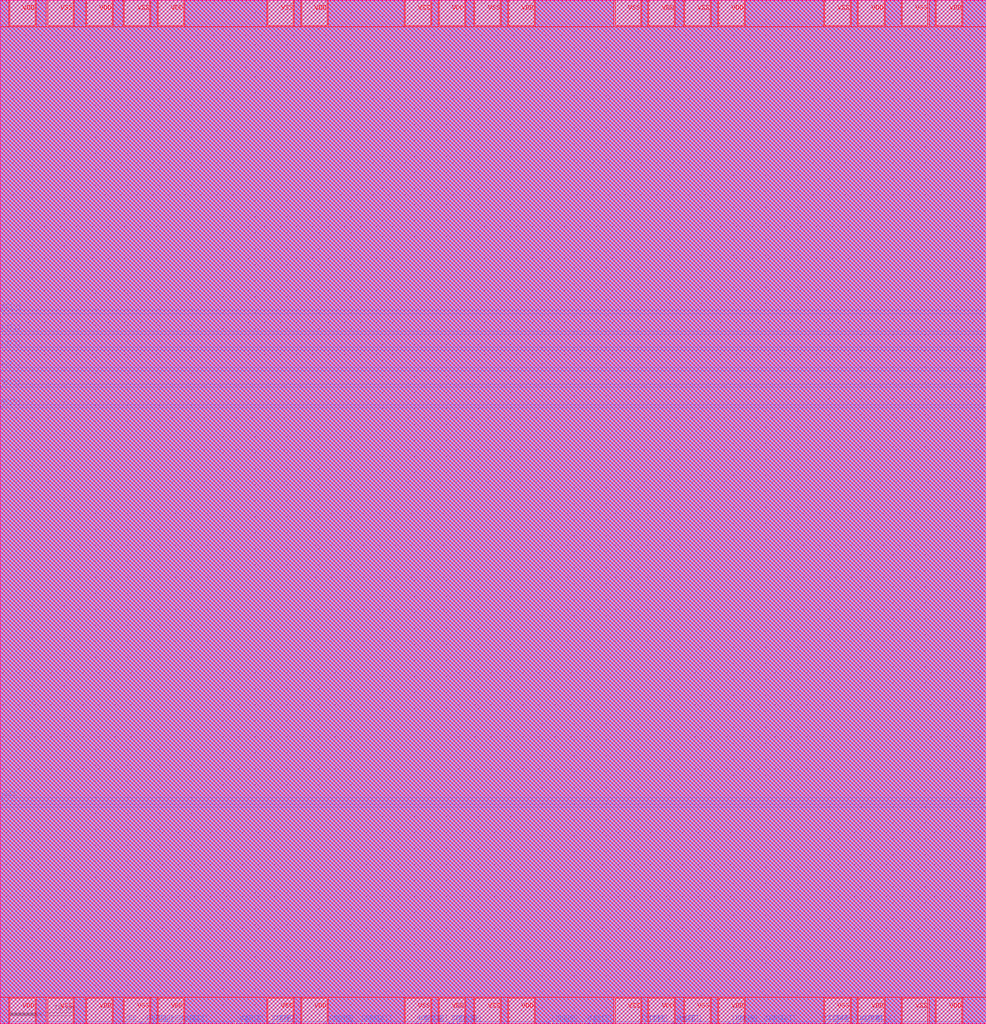
<source format=lef>
# 
# LEF OUT 
# User Name : rimah 
# Date : Tue Sep 28 12:54:50 2010
# 
VERSION 5.5 ;
NAMESCASESENSITIVE ON ;
BUSBITCHARS "[]" ;
DIVIDERCHAR "/" ;

MACRO SRAM16x64
  CLASS BLOCK ;
  SOURCE USER ;
  ORIGIN 0 0 ;
  SIZE 154.59 BY 160.505 ;
  SYMMETRY X Y R90 ;

  PIN WEB2
    DIRECTION INPUT ;
    USE SIGNAL ;
    PORT
      LAYER M3 ;
        RECT 0 35.135 0.16 35.295 ;
    END
    PORT
      LAYER M2 ;
        RECT 0 35.135 0.16 35.295 ;
    END
  END WEB2

  PIN WEB1
    DIRECTION INPUT ;
    USE SIGNAL ;
    PORT
      LAYER M3 ;
        RECT 154.43 34.065 154.59 34.225 ;
    END
    PORT
      LAYER M2 ;
        RECT 154.43 34.065 154.59 34.225 ;
    END
  END WEB1

  PIN VSS
    DIRECTION INOUT ;
    USE GROUND ;
    PORT
      LAYER M5 ;
        RECT 129.25 0 133.25 4 ;
    END
    PORT
      LAYER M5 ;
        RECT 141.455 0 145.455 4 ;
    END
    PORT
      LAYER M5 ;
        RECT 63.495 0 67.495 4 ;
    END
    PORT
      LAYER M5 ;
        RECT 74.41 0 78.41 4 ;
    END
    PORT
      LAYER M5 ;
        RECT 96.385 0 100.385 4 ;
    END
    PORT
      LAYER M5 ;
        RECT 107.305 0 111.305 4 ;
    END
    PORT
      LAYER M5 ;
        RECT 41.95 0 45.95 4 ;
    END
    PORT
      LAYER M5 ;
        RECT 7.41 0 11.41 4 ;
    END
    PORT
      LAYER M5 ;
        RECT 19.45 0 23.45 4 ;
    END
    PORT
      LAYER M5 ;
        RECT 41.95 156.505 45.95 160.505 ;
    END
    PORT
      LAYER M5 ;
        RECT 63.495 156.505 67.495 160.505 ;
    END
    PORT
      LAYER M5 ;
        RECT 74.41 156.505 78.41 160.505 ;
    END
    PORT
      LAYER M5 ;
        RECT 96.385 156.505 100.385 160.505 ;
    END
    PORT
      LAYER M5 ;
        RECT 107.305 156.505 111.305 160.505 ;
    END
    PORT
      LAYER M5 ;
        RECT 129.25 156.505 133.25 160.505 ;
    END
    PORT
      LAYER M5 ;
        RECT 141.455 156.505 145.455 160.505 ;
    END
    PORT
      LAYER M5 ;
        RECT 19.45 156.505 23.45 160.505 ;
    END
    PORT
      LAYER M5 ;
        RECT 7.41 156.505 11.41 160.505 ;
    END
    PORT
      LAYER M4 ;
        RECT 19.45 0 23.45 4 ;
    END
    PORT
      LAYER M4 ;
        RECT 107.305 0 111.305 4 ;
    END
    PORT
      LAYER M4 ;
        RECT 7.41 0 11.41 4 ;
    END
    PORT
      LAYER M4 ;
        RECT 41.95 0 45.95 4 ;
    END
    PORT
      LAYER M4 ;
        RECT 129.25 0 133.25 4 ;
    END
    PORT
      LAYER M4 ;
        RECT 63.495 0 67.495 4 ;
    END
    PORT
      LAYER M4 ;
        RECT 96.385 0 100.385 4 ;
    END
    PORT
      LAYER M4 ;
        RECT 74.41 0 78.41 4 ;
    END
    PORT
      LAYER M4 ;
        RECT 141.455 0 145.455 4 ;
    END
    PORT
      LAYER M4 ;
        RECT 41.95 156.505 45.95 160.505 ;
    END
    PORT
      LAYER M4 ;
        RECT 63.495 156.505 67.495 160.505 ;
    END
    PORT
      LAYER M4 ;
        RECT 74.41 156.505 78.41 160.505 ;
    END
    PORT
      LAYER M4 ;
        RECT 96.385 156.505 100.385 160.505 ;
    END
    PORT
      LAYER M4 ;
        RECT 107.305 156.505 111.305 160.505 ;
    END
    PORT
      LAYER M4 ;
        RECT 129.25 156.505 133.25 160.505 ;
    END
    PORT
      LAYER M4 ;
        RECT 141.455 156.505 145.455 160.505 ;
    END
    PORT
      LAYER M4 ;
        RECT 19.45 156.505 23.45 160.505 ;
    END
    PORT
      LAYER M4 ;
        RECT 7.41 156.505 11.41 160.505 ;
    END
  END VSS

  PIN VDD
    DIRECTION INOUT ;
    USE POWER ;
    PORT
      LAYER M5 ;
        RECT 112.615 0 116.615 4 ;
    END
    PORT
      LAYER M5 ;
        RECT 47.26 0 51.26 4 ;
    END
    PORT
      LAYER M5 ;
        RECT 134.56 0 138.56 4 ;
    END
    PORT
      LAYER M5 ;
        RECT 79.72 0 83.72 4 ;
    END
    PORT
      LAYER M5 ;
        RECT 146.765 0 150.765 4 ;
    END
    PORT
      LAYER M5 ;
        RECT 1.46 0 5.46 4 ;
    END
    PORT
      LAYER M5 ;
        RECT 24.76 0 28.76 4 ;
    END
    PORT
      LAYER M5 ;
        RECT 101.695 0 105.695 4 ;
    END
    PORT
      LAYER M5 ;
        RECT 13.53 0 17.53 4 ;
    END
    PORT
      LAYER M5 ;
        RECT 68.805 0 72.805 4 ;
    END
    PORT
      LAYER M5 ;
        RECT 47.26 156.505 51.26 160.505 ;
    END
    PORT
      LAYER M5 ;
        RECT 68.805 156.505 72.805 160.505 ;
    END
    PORT
      LAYER M5 ;
        RECT 79.72 156.505 83.72 160.505 ;
    END
    PORT
      LAYER M5 ;
        RECT 101.695 156.505 105.695 160.505 ;
    END
    PORT
      LAYER M5 ;
        RECT 112.615 156.505 116.615 160.505 ;
    END
    PORT
      LAYER M5 ;
        RECT 134.56 156.505 138.56 160.505 ;
    END
    PORT
      LAYER M5 ;
        RECT 1.46 156.505 5.46 160.505 ;
    END
    PORT
      LAYER M5 ;
        RECT 146.765 156.505 150.765 160.505 ;
    END
    PORT
      LAYER M5 ;
        RECT 13.53 156.505 17.53 160.505 ;
    END
    PORT
      LAYER M5 ;
        RECT 24.76 156.505 28.76 160.505 ;
    END
    PORT
      LAYER M4 ;
        RECT 1.46 0 5.46 4 ;
    END
    PORT
      LAYER M4 ;
        RECT 68.805 0 72.805 4 ;
    END
    PORT
      LAYER M4 ;
        RECT 13.53 0 17.53 4 ;
    END
    PORT
      LAYER M4 ;
        RECT 79.72 0 83.72 4 ;
    END
    PORT
      LAYER M4 ;
        RECT 101.695 0 105.695 4 ;
    END
    PORT
      LAYER M4 ;
        RECT 112.615 0 116.615 4 ;
    END
    PORT
      LAYER M4 ;
        RECT 146.765 0 150.765 4 ;
    END
    PORT
      LAYER M4 ;
        RECT 134.56 0 138.56 4 ;
    END
    PORT
      LAYER M4 ;
        RECT 47.26 0 51.26 4 ;
    END
    PORT
      LAYER M4 ;
        RECT 24.76 0 28.76 4 ;
    END
    PORT
      LAYER M4 ;
        RECT 47.26 156.505 51.26 160.505 ;
    END
    PORT
      LAYER M4 ;
        RECT 68.805 156.505 72.805 160.505 ;
    END
    PORT
      LAYER M4 ;
        RECT 79.72 156.505 83.72 160.505 ;
    END
    PORT
      LAYER M4 ;
        RECT 101.695 156.505 105.695 160.505 ;
    END
    PORT
      LAYER M4 ;
        RECT 112.615 156.505 116.615 160.505 ;
    END
    PORT
      LAYER M4 ;
        RECT 134.56 156.505 138.56 160.505 ;
    END
    PORT
      LAYER M4 ;
        RECT 24.76 156.505 28.76 160.505 ;
    END
    PORT
      LAYER M4 ;
        RECT 146.765 156.505 150.765 160.505 ;
    END
    PORT
      LAYER M4 ;
        RECT 13.53 156.505 17.53 160.505 ;
    END
    PORT
      LAYER M4 ;
        RECT 1.46 156.505 5.46 160.505 ;
    END
  END VDD

  PIN OEB2
    DIRECTION INPUT ;
    USE SIGNAL ;
    PORT
      LAYER M3 ;
        RECT 26.615 0 26.775 0.16 ;
    END
    PORT
      LAYER M2 ;
        RECT 26.615 0 26.775 0.16 ;
    END
  END OEB2

  PIN OEB1
    DIRECTION INPUT ;
    USE SIGNAL ;
    PORT
      LAYER M3 ;
        RECT 131.235 0 131.395 0.16 ;
    END
    PORT
      LAYER M2 ;
        RECT 131.235 0 131.395 0.16 ;
    END
  END OEB1

  PIN O2[9]
    DIRECTION OUTPUT ;
    USE SIGNAL ;
    PORT
      LAYER M3 ;
        RECT 51.905 0 52.065 0.16 ;
    END
    PORT
      LAYER M2 ;
        RECT 51.905 0 52.065 0.16 ;
    END
  END O2[9]

  PIN O2[8]
    DIRECTION OUTPUT ;
    USE SIGNAL ;
    PORT
      LAYER M3 ;
        RECT 52.29 0 52.45 0.16 ;
    END
    PORT
      LAYER M2 ;
        RECT 52.29 0 52.45 0.16 ;
    END
  END O2[8]

  PIN O2[7]
    DIRECTION OUTPUT ;
    USE SIGNAL ;
    PORT
      LAYER M3 ;
        RECT 36.965 0 37.125 0.16 ;
    END
    PORT
      LAYER M2 ;
        RECT 36.965 0 37.125 0.16 ;
    END
  END O2[7]

  PIN O2[6]
    DIRECTION OUTPUT ;
    USE SIGNAL ;
    PORT
      LAYER M3 ;
        RECT 37.505 0 37.665 0.16 ;
    END
    PORT
      LAYER M2 ;
        RECT 37.505 0 37.665 0.16 ;
    END
  END O2[6]

  PIN O2[5]
    DIRECTION OUTPUT ;
    USE SIGNAL ;
    PORT
      LAYER M3 ;
        RECT 37.84 0 38 0.16 ;
    END
    PORT
      LAYER M2 ;
        RECT 37.84 0 38 0.16 ;
    END
  END O2[5]

  PIN O2[4]
    DIRECTION OUTPUT ;
    USE SIGNAL ;
    PORT
      LAYER M3 ;
        RECT 38.195 0 38.355 0.16 ;
    END
    PORT
      LAYER M2 ;
        RECT 38.195 0 38.355 0.16 ;
    END
  END O2[4]

  PIN O2[3]
    DIRECTION OUTPUT ;
    USE SIGNAL ;
    PORT
      LAYER M3 ;
        RECT 22.855 0 23.015 0.16 ;
    END
    PORT
      LAYER M2 ;
        RECT 22.855 0 23.015 0.16 ;
    END
  END O2[3]

  PIN O2[2]
    DIRECTION OUTPUT ;
    USE SIGNAL ;
    PORT
      LAYER M3 ;
        RECT 23.29 0 23.45 0.16 ;
    END
    PORT
      LAYER M2 ;
        RECT 23.29 0 23.45 0.16 ;
    END
  END O2[2]

  PIN O2[1]
    DIRECTION OUTPUT ;
    USE SIGNAL ;
    PORT
      LAYER M3 ;
        RECT 23.625 0 23.785 0.16 ;
    END
    PORT
      LAYER M2 ;
        RECT 23.625 0 23.785 0.16 ;
    END
  END O2[1]

  PIN O2[15]
    DIRECTION OUTPUT ;
    USE SIGNAL ;
    PORT
      LAYER M3 ;
        RECT 65.13 0 65.29 0.16 ;
    END
    PORT
      LAYER M2 ;
        RECT 65.13 0 65.29 0.16 ;
    END
  END O2[15]

  PIN O2[14]
    DIRECTION OUTPUT ;
    USE SIGNAL ;
    PORT
      LAYER M3 ;
        RECT 65.48 0 65.64 0.16 ;
    END
    PORT
      LAYER M2 ;
        RECT 65.48 0 65.64 0.16 ;
    END
  END O2[14]

  PIN O2[13]
    DIRECTION OUTPUT ;
    USE SIGNAL ;
    PORT
      LAYER M3 ;
        RECT 65.84 0 66 0.16 ;
    END
    PORT
      LAYER M2 ;
        RECT 65.84 0 66 0.16 ;
    END
  END O2[13]

  PIN O2[12]
    DIRECTION OUTPUT ;
    USE SIGNAL ;
    PORT
      LAYER M3 ;
        RECT 66.295 0 66.455 0.16 ;
    END
    PORT
      LAYER M2 ;
        RECT 66.295 0 66.455 0.16 ;
    END
  END O2[12]

  PIN O2[11]
    DIRECTION OUTPUT ;
    USE SIGNAL ;
    PORT
      LAYER M3 ;
        RECT 50.995 0 51.155 0.16 ;
    END
    PORT
      LAYER M2 ;
        RECT 50.995 0 51.155 0.16 ;
    END
  END O2[11]

  PIN O2[10]
    DIRECTION OUTPUT ;
    USE SIGNAL ;
    PORT
      LAYER M3 ;
        RECT 51.48 0 51.64 0.16 ;
    END
    PORT
      LAYER M2 ;
        RECT 51.48 0 51.64 0.16 ;
    END
  END O2[10]

  PIN O2[0]
    DIRECTION OUTPUT ;
    USE SIGNAL ;
    PORT
      LAYER M3 ;
        RECT 23.955 0 24.115 0.16 ;
    END
    PORT
      LAYER M2 ;
        RECT 23.955 0 24.115 0.16 ;
    END
  END O2[0]

  PIN O1[9]
    DIRECTION OUTPUT ;
    USE SIGNAL ;
    PORT
      LAYER M3 ;
        RECT 120.01 0 120.17 0.16 ;
    END
    PORT
      LAYER M2 ;
        RECT 120.01 0 120.17 0.16 ;
    END
  END O1[9]

  PIN O1[8]
    DIRECTION OUTPUT ;
    USE SIGNAL ;
    PORT
      LAYER M3 ;
        RECT 119.655 0 119.815 0.16 ;
    END
    PORT
      LAYER M2 ;
        RECT 119.655 0 119.815 0.16 ;
    END
  END O1[8]

  PIN O1[7]
    DIRECTION OUTPUT ;
    USE SIGNAL ;
    PORT
      LAYER M3 ;
        RECT 106.855 0 107.015 0.16 ;
    END
    PORT
      LAYER M2 ;
        RECT 106.855 0 107.015 0.16 ;
    END
  END O1[7]

  PIN O1[6]
    DIRECTION OUTPUT ;
    USE SIGNAL ;
    PORT
      LAYER M3 ;
        RECT 106.37 0 106.53 0.16 ;
    END
    PORT
      LAYER M2 ;
        RECT 106.37 0 106.53 0.16 ;
    END
  END O1[6]

  PIN O1[5]
    DIRECTION OUTPUT ;
    USE SIGNAL ;
    PORT
      LAYER M3 ;
        RECT 105.945 0 106.105 0.16 ;
    END
    PORT
      LAYER M2 ;
        RECT 105.945 0 106.105 0.16 ;
    END
  END O1[5]

  PIN O1[4]
    DIRECTION OUTPUT ;
    USE SIGNAL ;
    PORT
      LAYER M3 ;
        RECT 105.56 0 105.72 0.16 ;
    END
    PORT
      LAYER M2 ;
        RECT 105.56 0 105.72 0.16 ;
    END
  END O1[4]

  PIN O1[3]
    DIRECTION OUTPUT ;
    USE SIGNAL ;
    PORT
      LAYER M3 ;
        RECT 92.72 0 92.88 0.16 ;
    END
    PORT
      LAYER M2 ;
        RECT 92.72 0 92.88 0.16 ;
    END
  END O1[3]

  PIN O1[2]
    DIRECTION OUTPUT ;
    USE SIGNAL ;
    PORT
      LAYER M3 ;
        RECT 92.37 0 92.53 0.16 ;
    END
    PORT
      LAYER M2 ;
        RECT 92.37 0 92.53 0.16 ;
    END
  END O1[2]

  PIN O1[1]
    DIRECTION OUTPUT ;
    USE SIGNAL ;
    PORT
      LAYER M3 ;
        RECT 92.01 0 92.17 0.16 ;
    END
    PORT
      LAYER M2 ;
        RECT 92.01 0 92.17 0.16 ;
    END
  END O1[1]

  PIN O1[15]
    DIRECTION OUTPUT ;
    USE SIGNAL ;
    PORT
      LAYER M3 ;
        RECT 134.995 0 135.155 0.16 ;
    END
    PORT
      LAYER M2 ;
        RECT 134.995 0 135.155 0.16 ;
    END
  END O1[15]

  PIN O1[14]
    DIRECTION OUTPUT ;
    USE SIGNAL ;
    PORT
      LAYER M3 ;
        RECT 134.56 0 134.72 0.16 ;
    END
    PORT
      LAYER M2 ;
        RECT 134.56 0 134.72 0.16 ;
    END
  END O1[14]

  PIN O1[13]
    DIRECTION OUTPUT ;
    USE SIGNAL ;
    PORT
      LAYER M3 ;
        RECT 134.225 0 134.385 0.16 ;
    END
    PORT
      LAYER M2 ;
        RECT 134.225 0 134.385 0.16 ;
    END
  END O1[13]

  PIN O1[12]
    DIRECTION OUTPUT ;
    USE SIGNAL ;
    PORT
      LAYER M3 ;
        RECT 133.895 0 134.055 0.16 ;
    END
    PORT
      LAYER M2 ;
        RECT 133.895 0 134.055 0.16 ;
    END
  END O1[12]

  PIN O1[11]
    DIRECTION OUTPUT ;
    USE SIGNAL ;
    PORT
      LAYER M3 ;
        RECT 120.885 0 121.045 0.16 ;
    END
    PORT
      LAYER M2 ;
        RECT 120.885 0 121.045 0.16 ;
    END
  END O1[11]

  PIN O1[10]
    DIRECTION OUTPUT ;
    USE SIGNAL ;
    PORT
      LAYER M3 ;
        RECT 120.345 0 120.505 0.16 ;
    END
    PORT
      LAYER M2 ;
        RECT 120.345 0 120.505 0.16 ;
    END
  END O1[10]

  PIN O1[0]
    DIRECTION OUTPUT ;
    USE SIGNAL ;
    PORT
      LAYER M3 ;
        RECT 91.555 0 91.715 0.16 ;
    END
    PORT
      LAYER M2 ;
        RECT 91.555 0 91.715 0.16 ;
    END
  END O1[0]

  PIN I2[9]
    DIRECTION INPUT ;
    USE SIGNAL ;
    PORT
      LAYER M3 ;
        RECT 56.655 0 56.815 0.16 ;
    END
    PORT
      LAYER M2 ;
        RECT 56.655 0 56.815 0.16 ;
    END
  END I2[9]

  PIN I2[8]
    DIRECTION INPUT ;
    USE SIGNAL ;
    PORT
      LAYER M3 ;
        RECT 56.335 0 56.495 0.16 ;
    END
    PORT
      LAYER M2 ;
        RECT 56.335 0 56.495 0.16 ;
    END
  END I2[8]

  PIN I2[7]
    DIRECTION INPUT ;
    USE SIGNAL ;
    PORT
      LAYER M3 ;
        RECT 43.505 0 43.665 0.16 ;
    END
    PORT
      LAYER M2 ;
        RECT 43.505 0 43.665 0.16 ;
    END
  END I2[7]

  PIN I2[6]
    DIRECTION INPUT ;
    USE SIGNAL ;
    PORT
      LAYER M3 ;
        RECT 42.895 0 43.055 0.16 ;
    END
    PORT
      LAYER M2 ;
        RECT 42.895 0 43.055 0.16 ;
    END
  END I2[6]

  PIN I2[5]
    DIRECTION INPUT ;
    USE SIGNAL ;
    PORT
      LAYER M3 ;
        RECT 42.575 0 42.735 0.16 ;
    END
    PORT
      LAYER M2 ;
        RECT 42.575 0 42.735 0.16 ;
    END
  END I2[5]

  PIN I2[4]
    DIRECTION INPUT ;
    USE SIGNAL ;
    PORT
      LAYER M3 ;
        RECT 42.255 0 42.415 0.16 ;
    END
    PORT
      LAYER M2 ;
        RECT 42.255 0 42.415 0.16 ;
    END
  END I2[4]

  PIN I2[3]
    DIRECTION INPUT ;
    USE SIGNAL ;
    PORT
      LAYER M3 ;
        RECT 29.425 0 29.585 0.16 ;
    END
    PORT
      LAYER M2 ;
        RECT 29.425 0 29.585 0.16 ;
    END
  END I2[3]

  PIN I2[2]
    DIRECTION INPUT ;
    USE SIGNAL ;
    PORT
      LAYER M3 ;
        RECT 28.815 0 28.975 0.16 ;
    END
    PORT
      LAYER M2 ;
        RECT 28.815 0 28.975 0.16 ;
    END
  END I2[2]

  PIN I2[1]
    DIRECTION INPUT ;
    USE SIGNAL ;
    PORT
      LAYER M3 ;
        RECT 28.495 0 28.655 0.16 ;
    END
    PORT
      LAYER M2 ;
        RECT 28.495 0 28.655 0.16 ;
    END
  END I2[1]

  PIN I2[15]
    DIRECTION INPUT ;
    USE SIGNAL ;
    PORT
      LAYER M3 ;
        RECT 71.665 0 71.825 0.16 ;
    END
    PORT
      LAYER M2 ;
        RECT 71.665 0 71.825 0.16 ;
    END
  END I2[15]

  PIN I2[14]
    DIRECTION INPUT ;
    USE SIGNAL ;
    PORT
      LAYER M3 ;
        RECT 71.055 0 71.215 0.16 ;
    END
    PORT
      LAYER M2 ;
        RECT 71.055 0 71.215 0.16 ;
    END
  END I2[14]

  PIN I2[13]
    DIRECTION INPUT ;
    USE SIGNAL ;
    PORT
      LAYER M3 ;
        RECT 70.735 0 70.895 0.16 ;
    END
    PORT
      LAYER M2 ;
        RECT 70.735 0 70.895 0.16 ;
    END
  END I2[13]

  PIN I2[12]
    DIRECTION INPUT ;
    USE SIGNAL ;
    PORT
      LAYER M3 ;
        RECT 70.415 0 70.575 0.16 ;
    END
    PORT
      LAYER M2 ;
        RECT 70.415 0 70.575 0.16 ;
    END
  END I2[12]

  PIN I2[11]
    DIRECTION INPUT ;
    USE SIGNAL ;
    PORT
      LAYER M3 ;
        RECT 57.585 0 57.745 0.16 ;
    END
    PORT
      LAYER M2 ;
        RECT 57.585 0 57.745 0.16 ;
    END
  END I2[11]

  PIN I2[10]
    DIRECTION INPUT ;
    USE SIGNAL ;
    PORT
      LAYER M3 ;
        RECT 56.975 0 57.135 0.16 ;
    END
    PORT
      LAYER M2 ;
        RECT 56.975 0 57.135 0.16 ;
    END
  END I2[10]

  PIN I2[0]
    DIRECTION INPUT ;
    USE SIGNAL ;
    PORT
      LAYER M3 ;
        RECT 28.175 0 28.335 0.16 ;
    END
    PORT
      LAYER M2 ;
        RECT 28.175 0 28.335 0.16 ;
    END
  END I2[0]

  PIN I1[9]
    DIRECTION INPUT ;
    USE SIGNAL ;
    PORT
      LAYER M3 ;
        RECT 115.275 0 115.435 0.16 ;
    END
    PORT
      LAYER M2 ;
        RECT 115.275 0 115.435 0.16 ;
    END
  END I1[9]

  PIN I1[8]
    DIRECTION INPUT ;
    USE SIGNAL ;
    PORT
      LAYER M3 ;
        RECT 115.595 0 115.755 0.16 ;
    END
    PORT
      LAYER M2 ;
        RECT 115.595 0 115.755 0.16 ;
    END
  END I1[8]

  PIN I1[7]
    DIRECTION INPUT ;
    USE SIGNAL ;
    PORT
      LAYER M3 ;
        RECT 100.265 0 100.425 0.16 ;
    END
    PORT
      LAYER M2 ;
        RECT 100.265 0 100.425 0.16 ;
    END
  END I1[7]

  PIN I1[6]
    DIRECTION INPUT ;
    USE SIGNAL ;
    PORT
      LAYER M3 ;
        RECT 100.875 0 101.035 0.16 ;
    END
    PORT
      LAYER M2 ;
        RECT 100.875 0 101.035 0.16 ;
    END
  END I1[6]

  PIN I1[5]
    DIRECTION INPUT ;
    USE SIGNAL ;
    PORT
      LAYER M3 ;
        RECT 101.195 0 101.355 0.16 ;
    END
    PORT
      LAYER M2 ;
        RECT 101.195 0 101.355 0.16 ;
    END
  END I1[5]

  PIN I1[4]
    DIRECTION INPUT ;
    USE SIGNAL ;
    PORT
      LAYER M3 ;
        RECT 101.515 0 101.675 0.16 ;
    END
    PORT
      LAYER M2 ;
        RECT 101.515 0 101.675 0.16 ;
    END
  END I1[4]

  PIN I1[3]
    DIRECTION INPUT ;
    USE SIGNAL ;
    PORT
      LAYER M3 ;
        RECT 86.185 0 86.345 0.16 ;
    END
    PORT
      LAYER M2 ;
        RECT 86.185 0 86.345 0.16 ;
    END
  END I1[3]

  PIN I1[2]
    DIRECTION INPUT ;
    USE SIGNAL ;
    PORT
      LAYER M3 ;
        RECT 86.795 0 86.955 0.16 ;
    END
    PORT
      LAYER M2 ;
        RECT 86.795 0 86.955 0.16 ;
    END
  END I1[2]

  PIN I1[1]
    DIRECTION INPUT ;
    USE SIGNAL ;
    PORT
      LAYER M3 ;
        RECT 87.115 0 87.275 0.16 ;
    END
    PORT
      LAYER M2 ;
        RECT 87.115 0 87.275 0.16 ;
    END
  END I1[1]

  PIN I1[15]
    DIRECTION INPUT ;
    USE SIGNAL ;
    PORT
      LAYER M3 ;
        RECT 128.425 0 128.585 0.16 ;
    END
    PORT
      LAYER M2 ;
        RECT 128.425 0 128.585 0.16 ;
    END
  END I1[15]

  PIN I1[14]
    DIRECTION INPUT ;
    USE SIGNAL ;
    PORT
      LAYER M3 ;
        RECT 129.035 0 129.195 0.16 ;
    END
    PORT
      LAYER M2 ;
        RECT 129.035 0 129.195 0.16 ;
    END
  END I1[14]

  PIN I1[13]
    DIRECTION INPUT ;
    USE SIGNAL ;
    PORT
      LAYER M3 ;
        RECT 129.355 0 129.515 0.16 ;
    END
    PORT
      LAYER M2 ;
        RECT 129.355 0 129.515 0.16 ;
    END
  END I1[13]

  PIN I1[12]
    DIRECTION INPUT ;
    USE SIGNAL ;
    PORT
      LAYER M3 ;
        RECT 129.675 0 129.835 0.16 ;
    END
    PORT
      LAYER M2 ;
        RECT 129.675 0 129.835 0.16 ;
    END
  END I1[12]

  PIN I1[11]
    DIRECTION INPUT ;
    USE SIGNAL ;
    PORT
      LAYER M3 ;
        RECT 114.345 0 114.505 0.16 ;
    END
    PORT
      LAYER M2 ;
        RECT 114.345 0 114.505 0.16 ;
    END
  END I1[11]

  PIN I1[10]
    DIRECTION INPUT ;
    USE SIGNAL ;
    PORT
      LAYER M3 ;
        RECT 114.955 0 115.115 0.16 ;
    END
    PORT
      LAYER M2 ;
        RECT 114.955 0 115.115 0.16 ;
    END
  END I1[10]

  PIN I1[0]
    DIRECTION INPUT ;
    USE SIGNAL ;
    PORT
      LAYER M3 ;
        RECT 87.435 0 87.595 0.16 ;
    END
    PORT
      LAYER M2 ;
        RECT 87.435 0 87.595 0.16 ;
    END
  END I1[0]

  PIN CSB2
    DIRECTION INPUT ;
    USE SIGNAL ;
    PORT
      LAYER M3 ;
        RECT 21.93 0 22.09 0.16 ;
    END
    PORT
      LAYER M2 ;
        RECT 21.93 0 22.09 0.16 ;
    END
  END CSB2

  PIN CSB1
    DIRECTION INPUT ;
    USE SIGNAL ;
    PORT
      LAYER M3 ;
        RECT 135.92 0 136.08 0.16 ;
    END
    PORT
      LAYER M2 ;
        RECT 135.92 0 136.08 0.16 ;
    END
  END CSB1

  PIN CE2
    DIRECTION INPUT ;
    USE SIGNAL ;
    PORT
      LAYER M3 ;
        RECT 19.33 0 19.49 0.16 ;
    END
    PORT
      LAYER M2 ;
        RECT 19.33 0 19.49 0.16 ;
    END
  END CE2

  PIN CE1
    DIRECTION INPUT ;
    USE SIGNAL ;
    PORT
      LAYER M3 ;
        RECT 138.52 0 138.68 0.16 ;
    END
    PORT
      LAYER M2 ;
        RECT 138.52 0 138.68 0.16 ;
    END
  END CE1

  PIN A2[5]
    DIRECTION INPUT ;
    USE SIGNAL ;
    PORT
      LAYER M3 ;
        RECT 0 96.735 0.16 96.895 ;
    END
    PORT
      LAYER M2 ;
        RECT 0 96.735 0.16 96.895 ;
    END
  END A2[5]

  PIN A2[4]
    DIRECTION INPUT ;
    USE SIGNAL ;
    PORT
      LAYER M3 ;
        RECT 0 99.96 0.16 100.12 ;
    END
    PORT
      LAYER M2 ;
        RECT 0 99.96 0.16 100.12 ;
    END
  END A2[4]

  PIN A2[3]
    DIRECTION INPUT ;
    USE SIGNAL ;
    PORT
      LAYER M3 ;
        RECT 0 102.54 0.16 102.7 ;
    END
    PORT
      LAYER M2 ;
        RECT 0 102.54 0.16 102.7 ;
    END
  END A2[3]

  PIN A2[2]
    DIRECTION INPUT ;
    USE SIGNAL ;
    PORT
      LAYER M3 ;
        RECT 0 105.755 0.16 105.915 ;
    END
    PORT
      LAYER M2 ;
        RECT 0 105.755 0.16 105.915 ;
    END
  END A2[2]

  PIN A2[1]
    DIRECTION INPUT ;
    USE SIGNAL ;
    PORT
      LAYER M3 ;
        RECT 0 108.255 0.16 108.415 ;
    END
    PORT
      LAYER M2 ;
        RECT 0 108.255 0.16 108.415 ;
    END
  END A2[1]

  PIN A2[0]
    DIRECTION INPUT ;
    USE SIGNAL ;
    PORT
      LAYER M3 ;
        RECT 0 111.46 0.275 111.735 ;
    END
    PORT
      LAYER M2 ;
        RECT 0 111.46 0.275 111.735 ;
    END
  END A2[0]

  PIN A1[5]
    DIRECTION INPUT ;
    USE SIGNAL ;
    PORT
      LAYER M3 ;
        RECT 154.43 96.75 154.59 96.91 ;
    END
    PORT
      LAYER M2 ;
        RECT 154.43 96.75 154.59 96.91 ;
    END
  END A1[5]

  PIN A1[4]
    DIRECTION INPUT ;
    USE SIGNAL ;
    PORT
      LAYER M3 ;
        RECT 154.43 99.96 154.59 100.12 ;
    END
    PORT
      LAYER M2 ;
        RECT 154.43 99.96 154.59 100.12 ;
    END
  END A1[4]

  PIN A1[3]
    DIRECTION INPUT ;
    USE SIGNAL ;
    PORT
      LAYER M3 ;
        RECT 154.43 102.54 154.59 102.7 ;
    END
    PORT
      LAYER M2 ;
        RECT 154.43 102.54 154.59 102.7 ;
    END
  END A1[3]

  PIN A1[2]
    DIRECTION INPUT ;
    USE SIGNAL ;
    PORT
      LAYER M3 ;
        RECT 154.43 105.755 154.59 105.915 ;
    END
    PORT
      LAYER M2 ;
        RECT 154.43 105.755 154.59 105.915 ;
    END
  END A1[2]

  PIN A1[1]
    DIRECTION INPUT ;
    USE SIGNAL ;
    PORT
      LAYER M3 ;
        RECT 154.43 108.255 154.59 108.415 ;
    END
    PORT
      LAYER M2 ;
        RECT 154.43 108.255 154.59 108.415 ;
    END
  END A1[1]

  PIN A1[0]
    DIRECTION INPUT ;
    USE SIGNAL ;
    PORT
      LAYER M3 ;
        RECT 154.315 111.46 154.59 111.735 ;
    END
    PORT
      LAYER M2 ;
        RECT 154.315 111.46 154.59 111.735 ;
    END
  END A1[0]
  OBS
    LAYER M3 ;
      RECT 0.32 96.59 154.27 97.055 ;
      RECT 0 111.895 154.59 160.505 ;
      RECT 0 108.575 154.59 111.3 ;
      RECT 0 106.075 154.59 108.095 ;
      RECT 0 102.86 154.59 105.595 ;
      RECT 0 100.28 154.59 102.38 ;
      RECT 0 97.07 154.59 99.8 ;
      RECT 0 35.455 154.59 96.575 ;
      RECT 0 34.385 154.59 34.975 ;
      RECT 0 0.32 154.59 33.905 ;
      RECT 0.435 111.3 154.155 111.895 ;
      RECT 0.32 108.095 154.27 108.575 ;
      RECT 0.32 105.595 154.27 106.075 ;
      RECT 0.32 102.38 154.27 102.86 ;
      RECT 0 97.055 154.27 97.07 ;
      RECT 0.32 99.8 154.27 100.28 ;
      RECT 0.32 96.575 154.59 96.59 ;
      RECT 0.32 34.975 154.59 35.455 ;
      RECT 71.985 0 86.025 0.32 ;
      RECT 138.84 0 154.59 0.32 ;
      RECT 136.24 0 138.36 0.32 ;
      RECT 135.315 0 135.76 0.32 ;
      RECT 129.995 0 131.075 0.32 ;
      RECT 131.555 0 133.735 0.32 ;
      RECT 121.205 0 128.265 0.32 ;
      RECT 115.915 0 119.495 0.32 ;
      RECT 107.175 0 114.185 0.32 ;
      RECT 101.835 0 105.4 0.32 ;
      RECT 93.04 0 100.105 0.32 ;
      RECT 87.755 0 91.395 0.32 ;
      RECT 66.615 0 70.255 0.32 ;
      RECT 57.905 0 64.97 0.32 ;
      RECT 52.61 0 56.175 0.32 ;
      RECT 43.825 0 50.835 0.32 ;
      RECT 38.515 0 42.095 0.32 ;
      RECT 29.745 0 36.805 0.32 ;
      RECT 24.275 0 26.455 0.32 ;
      RECT 26.935 0 28.015 0.32 ;
      RECT 22.25 0 22.695 0.32 ;
      RECT 19.65 0 21.77 0.32 ;
      RECT 0 0 19.17 0.32 ;
      RECT 0 33.905 154.27 34.385 ;
    LAYER M2 ;
      RECT 0 111.895 154.59 160.505 ;
      RECT 0 108.575 154.59 111.3 ;
      RECT 0 106.075 154.59 108.095 ;
      RECT 0 102.86 154.59 105.595 ;
      RECT 0 100.28 154.59 102.38 ;
      RECT 0 97.07 154.59 99.8 ;
      RECT 0 35.455 154.59 96.575 ;
      RECT 0 34.385 154.59 34.975 ;
      RECT 0 0.32 154.59 33.905 ;
      RECT 0.435 111.3 154.155 111.895 ;
      RECT 0.32 108.095 154.27 108.575 ;
      RECT 0.32 105.595 154.27 106.075 ;
      RECT 0.32 102.38 154.27 102.86 ;
      RECT 0 97.055 154.27 97.07 ;
      RECT 0.32 99.8 154.27 100.28 ;
      RECT 0.32 96.575 154.59 96.59 ;
      RECT 0.32 34.975 154.59 35.455 ;
      RECT 71.985 0 86.025 0.32 ;
      RECT 138.84 0 154.59 0.32 ;
      RECT 136.24 0 138.36 0.32 ;
      RECT 135.315 0 135.76 0.32 ;
      RECT 129.995 0 131.075 0.32 ;
      RECT 131.555 0 133.735 0.32 ;
      RECT 121.205 0 128.265 0.32 ;
      RECT 115.915 0 119.495 0.32 ;
      RECT 107.175 0 114.185 0.32 ;
      RECT 101.835 0 105.4 0.32 ;
      RECT 93.04 0 100.105 0.32 ;
      RECT 87.755 0 91.395 0.32 ;
      RECT 66.615 0 70.255 0.32 ;
      RECT 57.905 0 64.97 0.32 ;
      RECT 52.61 0 56.175 0.32 ;
      RECT 43.825 0 50.835 0.32 ;
      RECT 38.515 0 42.095 0.32 ;
      RECT 29.745 0 36.805 0.32 ;
      RECT 24.275 0 26.455 0.32 ;
      RECT 26.935 0 28.015 0.32 ;
      RECT 22.25 0 22.695 0.32 ;
      RECT 19.65 0 21.77 0.32 ;
      RECT 0 0 19.17 0.32 ;
      RECT 0 33.905 154.27 34.385 ;
      RECT 0.32 96.59 154.27 97.055 ;
    LAYER M1 ;
      RECT 0 0 154.59 160.505 ;
    LAYER PO ;
      RECT 0 0 154.59 160.505 ;
    LAYER M5 ;
      RECT 0 4.16 154.59 156.345 ;
      RECT 150.925 156.345 154.59 160.505 ;
      RECT 138.72 156.345 141.295 160.505 ;
      RECT 145.615 156.345 146.605 160.505 ;
      RECT 116.775 156.345 129.09 160.505 ;
      RECT 133.41 156.345 134.4 160.505 ;
      RECT 150.925 0 154.59 4.16 ;
      RECT 138.72 0 141.295 4.16 ;
      RECT 145.615 0 146.605 4.16 ;
      RECT 116.775 0 129.09 4.16 ;
      RECT 133.41 0 134.4 4.16 ;
      RECT 105.855 156.345 107.145 160.505 ;
      RECT 111.465 156.345 112.455 160.505 ;
      RECT 83.88 156.345 96.225 160.505 ;
      RECT 100.545 156.345 101.535 160.505 ;
      RECT 78.57 156.345 79.56 160.505 ;
      RECT 105.855 0 107.145 4.16 ;
      RECT 111.465 0 112.455 4.16 ;
      RECT 83.88 0 96.225 4.16 ;
      RECT 100.545 0 101.535 4.16 ;
      RECT 78.57 0 79.56 4.16 ;
      RECT 28.92 156.345 41.79 160.505 ;
      RECT 28.92 0 41.79 4.16 ;
      RECT 72.965 156.345 74.25 160.505 ;
      RECT 51.42 156.345 63.335 160.505 ;
      RECT 67.655 156.345 68.645 160.505 ;
      RECT 46.11 156.345 47.1 160.505 ;
      RECT 72.965 0 74.25 4.16 ;
      RECT 51.42 0 63.335 4.16 ;
      RECT 67.655 0 68.645 4.16 ;
      RECT 46.11 0 47.1 4.16 ;
      RECT 17.69 156.345 19.29 160.505 ;
      RECT 23.61 156.345 24.6 160.505 ;
      RECT 5.62 156.345 7.25 160.505 ;
      RECT 11.57 156.345 13.37 160.505 ;
      RECT 0 156.345 1.3 160.505 ;
      RECT 17.69 0 19.29 4.16 ;
      RECT 23.61 0 24.6 4.16 ;
      RECT 5.62 0 7.25 4.16 ;
      RECT 11.57 0 13.37 4.16 ;
      RECT 0 0 1.3 4.16 ;
    LAYER M4 ;
      RECT 0 4.16 154.59 156.345 ;
      RECT 150.925 156.345 154.59 160.505 ;
      RECT 138.72 156.345 141.295 160.505 ;
      RECT 145.615 156.345 146.605 160.505 ;
      RECT 116.775 156.345 129.09 160.505 ;
      RECT 133.41 156.345 134.4 160.505 ;
      RECT 150.925 0 154.59 4.16 ;
      RECT 138.72 0 141.295 4.16 ;
      RECT 145.615 0 146.605 4.16 ;
      RECT 116.775 0 129.09 4.16 ;
      RECT 133.41 0 134.4 4.16 ;
      RECT 105.855 156.345 107.145 160.505 ;
      RECT 111.465 156.345 112.455 160.505 ;
      RECT 83.88 156.345 96.225 160.505 ;
      RECT 100.545 156.345 101.535 160.505 ;
      RECT 78.57 156.345 79.56 160.505 ;
      RECT 105.855 0 107.145 4.16 ;
      RECT 111.465 0 112.455 4.16 ;
      RECT 83.88 0 96.225 4.16 ;
      RECT 100.545 0 101.535 4.16 ;
      RECT 78.57 0 79.56 4.16 ;
      RECT 28.92 156.345 41.79 160.505 ;
      RECT 28.92 0 41.79 4.16 ;
      RECT 72.965 156.345 74.25 160.505 ;
      RECT 51.42 156.345 63.335 160.505 ;
      RECT 67.655 156.345 68.645 160.505 ;
      RECT 46.11 156.345 47.1 160.505 ;
      RECT 72.965 0 74.25 4.16 ;
      RECT 51.42 0 63.335 4.16 ;
      RECT 67.655 0 68.645 4.16 ;
      RECT 46.11 0 47.1 4.16 ;
      RECT 17.69 156.345 19.29 160.505 ;
      RECT 23.61 156.345 24.6 160.505 ;
      RECT 5.62 156.345 7.25 160.505 ;
      RECT 11.57 156.345 13.37 160.505 ;
      RECT 0 156.345 1.3 160.505 ;
      RECT 17.69 0 19.29 4.16 ;
      RECT 23.61 0 24.6 4.16 ;
      RECT 5.62 0 7.25 4.16 ;
      RECT 11.57 0 13.37 4.16 ;
      RECT 0 0 1.3 4.16 ;
  END
END SRAM16x64
  
END LIBRARY

</source>
